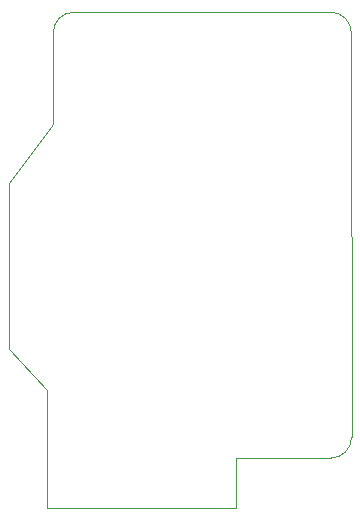
<source format=gbr>
%TF.GenerationSoftware,KiCad,Pcbnew,(6.0.1)*%
%TF.CreationDate,2022-03-08T02:05:38-07:00*%
%TF.ProjectId,ESP32-PICO-D4-BreakoutBoard,45535033-322d-4504-9943-4f2d44342d42,rev?*%
%TF.SameCoordinates,Original*%
%TF.FileFunction,Profile,NP*%
%FSLAX46Y46*%
G04 Gerber Fmt 4.6, Leading zero omitted, Abs format (unit mm)*
G04 Created by KiCad (PCBNEW (6.0.1)) date 2022-03-08 02:05:38*
%MOMM*%
%LPD*%
G01*
G04 APERTURE LIST*
%TA.AperFunction,Profile*%
%ADD10C,0.050000*%
%TD*%
G04 APERTURE END LIST*
D10*
X113250000Y-102000000D02*
X113250000Y-101000000D01*
X116500000Y-128500000D02*
X116500000Y-120750000D01*
X117000000Y-90250000D02*
X117000000Y-88250000D01*
X113250000Y-115000000D02*
X113250000Y-102000000D01*
X142250000Y-88250000D02*
G75*
G03*
X140500000Y-86500000I-1750000J0D01*
G01*
X116500000Y-120750000D02*
X116500000Y-118500000D01*
X140512563Y-124250000D02*
G75*
G03*
X142262563Y-122500000I0J1750000D01*
G01*
X142250000Y-88250000D02*
X142262563Y-122500000D01*
X117000000Y-90250000D02*
X117000000Y-96000000D01*
X116810000Y-96250000D02*
X113250000Y-101000000D01*
X118750000Y-86500000D02*
X140500000Y-86500000D01*
X117000000Y-96000000D02*
X116810000Y-96250000D01*
X140512563Y-124250000D02*
X132500000Y-124250000D01*
X132500000Y-128500000D02*
X116500000Y-128500000D01*
X116500000Y-118500000D02*
X113250000Y-115000000D01*
X132500000Y-124250000D02*
X132500000Y-128500000D01*
X118750000Y-86500000D02*
G75*
G03*
X117000000Y-88250000I0J-1750000D01*
G01*
M02*

</source>
